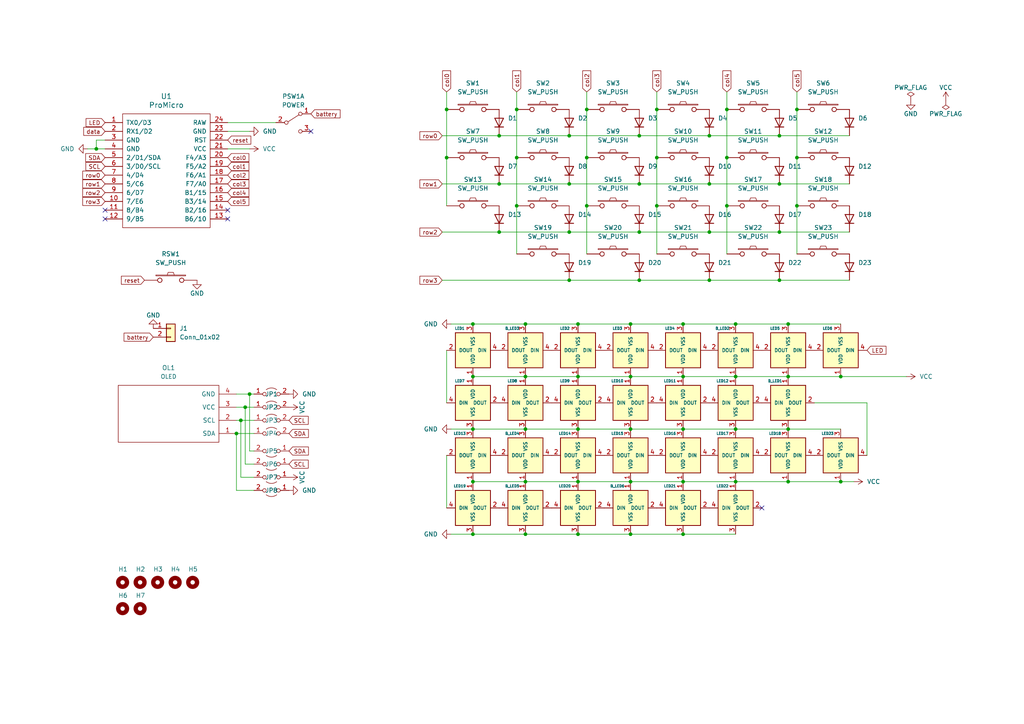
<source format=kicad_sch>
(kicad_sch (version 20230121) (generator eeschema)
  (paper "A4")
  (lib_symbols
    (symbol "Connector_Generic:Conn_01x02" (pin_names (offset 1.016) hide)
      (property "Reference" "J" (at 0 2.54 0))
      (property "Value" "Conn_01x02" (at 0 -5.08 0))
      (symbol "Conn_01x02_1_1"
        (rectangle (start -1.27 -2.413) (end 0 -2.667) (stroke (width 0.1524)))
        (rectangle (start -1.27 0.127) (end 0 -0.127) (stroke (width 0.1524)))
        (rectangle (start -1.27 1.27) (end 1.27 -3.81) (stroke (width 0.254)) (fill (type background)))
        (pin passive line (at -5.08 0 0) (length 3.81) (name "Pin_1") (number "1"))
        (pin passive line (at -5.08 -2.54 0) (length 3.81) (name "Pin_2") (number "2"))
      )
    )
    (symbol "Device:D" (pin_numbers hide) (pin_names (offset 1.016) hide)
      (property "Reference" "D" (at 0 2.54 0))
      (property "Value" "D" (at 0 -2.54 0))
      (symbol "D_0_1"
        (polyline (pts (xy -1.27 1.27) (xy -1.27 -1.27)) (stroke (width 0.254)))
        (polyline (pts (xy 1.27 0) (xy -1.27 0)))
        (polyline (pts (xy 1.27 1.27) (xy 1.27 -1.27) (xy -1.27 0) (xy 1.27 1.27)) (stroke (width 0.254)))
      )
      (symbol "D_1_1"
        (pin passive line (at -3.81 0 0) (length 2.54) (name "K") (number "1"))
        (pin passive line (at 3.81 0 180) (length 2.54) (name "A") (number "2"))
      )
    )
    (symbol "Jumper:Jumper_2_Open" (pin_names (offset 0) hide)
      (property "Reference" "JP" (at 0 2.794 0))
      (property "Value" "Jumper_2_Open" (at 0 -2.286 0))
      (symbol "Jumper_2_Open_0_0"
        (circle (center -2.032 0) (radius 0.508))
        (circle (center 2.032 0) (radius 0.508))
      )
      (symbol "Jumper_2_Open_0_1"
        (arc (start 1.524 1.27) (mid 0 1.778) (end -1.524 1.27))
      )
      (symbol "Jumper_2_Open_1_1"
        (pin passive line (at -5.08 0 0) (length 2.54) (name "A") (number "1"))
        (pin passive line (at 5.08 0 180) (length 2.54) (name "B") (number "2"))
      )
    )
    (symbol "Mechanical:MountingHole" (pin_names (offset 1.016))
      (property "Reference" "H" (at 0 5.08 0))
      (property "Value" "MountingHole" (at 0 3.175 0))
      (symbol "MountingHole_0_1"
        (circle (center 0 0) (radius 1.27) (stroke (width 1.27)))
      )
    )
    (symbol "Switch:SW_DPDT_x2" (pin_names (offset 0) hide)
      (property "Reference" "SW" (at 0 4.318 0))
      (property "Value" "SW_DPDT_x2" (at 0 -5.08 0))
      (symbol "SW_DPDT_x2_0_0"
        (circle (center -2.032 0) (radius 0.508))
        (circle (center 2.032 -2.54) (radius 0.508))
      )
      (symbol "SW_DPDT_x2_0_1"
        (polyline (pts (xy -1.524 0.254) (xy 1.651 2.286)))
        (circle (center 2.032 2.54) (radius 0.508))
      )
      (symbol "SW_DPDT_x2_1_1"
        (pin passive line (at 5.08 2.54 180) (length 2.54) (name "A") (number "1"))
        (pin passive line (at -5.08 0 0) (length 2.54) (name "B") (number "2"))
        (pin passive line (at 5.08 -2.54 180) (length 2.54) (name "C") (number "3"))
      )
      (symbol "SW_DPDT_x2_2_1"
        (pin passive line (at 5.08 2.54 180) (length 2.54) (name "A") (number "4"))
        (pin passive line (at -5.08 0 0) (length 2.54) (name "B") (number "5"))
        (pin passive line (at 5.08 -2.54 180) (length 2.54) (name "C") (number "6"))
      )
    )
    (symbol "kbd:OLED" (pin_names (offset 1.016))
      (property "Reference" "OL" (at 0 2.54 0))
      (property "Value" "OLED" (at 0 -1.27 0))
      (symbol "OLED_0_1"
        (rectangle (start -13.97 8.89) (end 15.24 -7.62))
      )
      (symbol "OLED_1_1"
        (pin bidirectional line (at -19.05 6.35 0) (length 5.08) (name "SDA") (number "1"))
        (pin bidirectional line (at -19.05 2.54 0) (length 5.08) (name "SCL") (number "2"))
        (pin power_in line (at -19.05 -1.27 0) (length 5.08) (name "VCC") (number "3"))
        (pin power_in line (at -19.05 -5.08 0) (length 5.08) (name "GND") (number "4"))
      )
    )
    (symbol "kbd:ProMicro" (pin_names (offset 1.016))
      (property "Reference" "U" (at 0 19.05 0))
      (property "Value" "ProMicro" (at 0 -19.05 0))
      (symbol "ProMicro_0_1"
        (rectangle (start -12.7 16.51) (end 12.7 -16.51))
      )
      (symbol "ProMicro_1_1"
        (pin bidirectional line (at -17.78 13.97 0) (length 5.08) (name "TX0/D3") (number "1"))
        (pin bidirectional line (at -17.78 -8.89 0) (length 5.08) (name "7/E6") (number "10"))
        (pin bidirectional line (at -17.78 -11.43 0) (length 5.08) (name "8/B4") (number "11"))
        (pin bidirectional line (at -17.78 -13.97 0) (length 5.08) (name "9/B5") (number "12"))
        (pin bidirectional line (at 17.78 -13.97 180) (length 5.08) (name "B6/10") (number "13"))
        (pin bidirectional line (at 17.78 -11.43 180) (length 5.08) (name "B2/16") (number "14"))
        (pin bidirectional line (at 17.78 -8.89 180) (length 5.08) (name "B3/14") (number "15"))
        (pin bidirectional line (at 17.78 -6.35 180) (length 5.08) (name "B1/15") (number "16"))
        (pin bidirectional line (at 17.78 -3.81 180) (length 5.08) (name "F7/A0") (number "17"))
        (pin bidirectional line (at 17.78 -1.27 180) (length 5.08) (name "F6/A1") (number "18"))
        (pin bidirectional line (at 17.78 1.27 180) (length 5.08) (name "F5/A2") (number "19"))
        (pin bidirectional line (at -17.78 11.43 0) (length 5.08) (name "RX1/D2") (number "2"))
        (pin bidirectional line (at 17.78 3.81 180) (length 5.08) (name "F4/A3") (number "20"))
        (pin power_in line (at 17.78 6.35 180) (length 5.08) (name "VCC") (number "21"))
        (pin input line (at 17.78 8.89 180) (length 5.08) (name "RST") (number "22"))
        (pin power_in line (at 17.78 11.43 180) (length 5.08) (name "GND") (number "23"))
        (pin power_out line (at 17.78 13.97 180) (length 5.08) (name "RAW") (number "24"))
        (pin power_in line (at -17.78 8.89 0) (length 5.08) (name "GND") (number "3"))
        (pin power_in line (at -17.78 6.35 0) (length 5.08) (name "GND") (number "4"))
        (pin bidirectional line (at -17.78 3.81 0) (length 5.08) (name "2/D1/SDA") (number "5"))
        (pin bidirectional line (at -17.78 1.27 0) (length 5.08) (name "3/D0/SCL") (number "6"))
        (pin bidirectional line (at -17.78 -1.27 0) (length 5.08) (name "4/D4") (number "7"))
        (pin bidirectional line (at -17.78 -3.81 0) (length 5.08) (name "5/C6") (number "8"))
        (pin bidirectional line (at -17.78 -6.35 0) (length 5.08) (name "6/D7") (number "9"))
      )
    )
    (symbol "kbd:SW_PUSH" (pin_numbers hide) (pin_names (offset 1.016) hide)
      (property "Reference" "SW" (at 3.81 2.794 0))
      (property "Value" "SW_PUSH" (at 0 -2.032 0))
      (symbol "SW_PUSH_0_1"
        (rectangle (start -4.318 1.27) (end 4.318 1.524))
        (polyline (pts (xy -1.016 1.524) (xy -0.762 2.286) (xy 0.762 2.286) (xy 1.016 1.524)))
        (pin passive inverted (at -7.62 0 0) (length 5.08) (name "1") (number "1"))
        (pin passive inverted (at 7.62 0 180) (length 5.08) (name "2") (number "2"))
      )
    )
    (symbol "kbd:YS-SK6812MINI-E" (pin_names (offset 1.016))
      (property "Reference" "LED" (at 2.54 -7.62 0))
      (property "Value" "YS-SK6812MINI-E" (at 6.35 -6.35 0))
      (symbol "YS-SK6812MINI-E_0_1"
        (rectangle (start -5.08 5.08) (end 5.08 -5.08) (stroke (width 0.254)) (fill (type background)))
      )
      (symbol "YS-SK6812MINI-E_1_1"
        (pin power_in line (at 0 7.62 270) (length 2.54) (name "VDD") (number "1"))
        (pin output line (at 7.62 0 180) (length 2.54) (name "DOUT") (number "2"))
        (pin power_in line (at 0 -7.62 90) (length 2.54) (name "VSS") (number "3"))
        (pin input line (at -7.62 0 0) (length 2.54) (name "DIN") (number "4"))
      )
    )
    (symbol "nrfmicro-rescue:GND" (power) (pin_names (offset 0))
      (property "Value" "GND" (at 0 -3.81 0))
      (symbol "GND_0_1"
        (polyline (pts (xy 0 0) (xy 0 -1.27) (xy 1.27 -1.27) (xy 0 -2.54) (xy -1.27 -1.27) (xy 0 -1.27)))
      )
      (symbol "GND_1_1"
        (pin power_in line (at 0 0 270) (length 0) hide (name "GND") (number "1"))
      )
    )
    (symbol "power:GND" (power) (pin_names (offset 0))
      (property "Value" "GND" (at 0 -3.81 0))
      (symbol "GND_0_1"
        (polyline (pts (xy 0 0) (xy 0 -1.27) (xy 1.27 -1.27) (xy 0 -2.54) (xy -1.27 -1.27) (xy 0 -1.27)))
      )
      (symbol "GND_1_1"
        (pin power_in line (at 0 0 270) (length 0) hide (name "GND") (number "1"))
      )
    )
    (symbol "power:PWR_FLAG" (power) (pin_numbers hide) (pin_names (offset 0) hide)
      (property "Value" "PWR_FLAG" (at 0 3.81 0))
      (symbol "PWR_FLAG_0_0"
        (pin power_out line (at 0 0 90) (length 0) (name "pwr") (number "1"))
      )
      (symbol "PWR_FLAG_0_1"
        (polyline (pts (xy 0 0) (xy 0 1.27) (xy -1.016 1.905) (xy 0 2.54) (xy 1.016 1.905) (xy 0 1.27)))
      )
    )
    (symbol "power:VCC" (power) (pin_names (offset 0))
      (property "Value" "VCC" (at 0 3.81 0))
      (symbol "VCC_0_1"
        (polyline (pts (xy -0.762 1.27) (xy 0 2.54)))
        (polyline (pts (xy 0 0) (xy 0 2.54)))
        (polyline (pts (xy 0 2.54) (xy 0.762 1.27)))
      )
      (symbol "VCC_1_1"
        (pin power_in line (at 0 0 90) (length 0) hide (name "VCC") (number "1"))
      )
    )
  )
  (junction (at 137.16 109.22))
  (junction (at 170.18 45.72))
  (junction (at 213.36 139.7))
  (junction (at 137.16 139.7))
  (junction (at 68.58 125.73))
  (junction (at 205.74 39.37))
  (junction (at 167.64 109.22))
  (junction (at 167.64 93.98))
  (junction (at 170.18 31.75))
  (junction (at 228.6 93.98))
  (junction (at 210.82 59.69))
  (junction (at 182.88 154.94))
  (junction (at 213.36 124.46))
  (junction (at 144.78 67.31))
  (junction (at 198.12 93.98))
  (junction (at 213.36 109.22))
  (junction (at 182.88 124.46))
  (junction (at 149.86 45.72))
  (junction (at 228.6 139.7))
  (junction (at 167.64 139.7))
  (junction (at 152.4 109.22))
  (junction (at 198.12 154.94))
  (junction (at 185.42 81.28))
  (junction (at 226.06 67.31))
  (junction (at 210.82 45.72))
  (junction (at 226.06 53.34))
  (junction (at 190.5 59.69))
  (junction (at 205.74 53.34))
  (junction (at 185.42 39.37))
  (junction (at 226.06 81.28))
  (junction (at 152.4 124.46))
  (junction (at 152.4 93.98))
  (junction (at 210.82 31.75))
  (junction (at 198.12 109.22))
  (junction (at 243.84 109.22))
  (junction (at 226.06 39.37))
  (junction (at 137.16 124.46))
  (junction (at 149.86 31.75))
  (junction (at 144.78 53.34))
  (junction (at 152.4 139.7))
  (junction (at 165.1 39.37))
  (junction (at 190.5 31.75))
  (junction (at 165.1 53.34))
  (junction (at 231.14 31.75))
  (junction (at 228.6 109.22))
  (junction (at 182.88 93.98))
  (junction (at 167.64 124.46))
  (junction (at 213.36 93.98))
  (junction (at 185.42 67.31))
  (junction (at 165.1 81.28))
  (junction (at 243.84 139.7))
  (junction (at 144.78 39.37))
  (junction (at 198.12 139.7))
  (junction (at 205.74 67.31))
  (junction (at 71.12 118.11))
  (junction (at 165.1 67.31))
  (junction (at 170.18 59.69))
  (junction (at 137.16 154.94))
  (junction (at 167.64 154.94))
  (junction (at 129.54 31.75))
  (junction (at 69.85 121.92))
  (junction (at 198.12 124.46))
  (junction (at 129.54 45.72))
  (junction (at 72.39 114.3))
  (junction (at 185.42 53.34))
  (junction (at 182.88 139.7))
  (junction (at 205.74 81.28))
  (junction (at 190.5 45.72))
  (junction (at 228.6 124.46))
  (junction (at 137.16 93.98))
  (junction (at 27.94 43.18))
  (junction (at 182.88 109.22))
  (junction (at 231.14 59.69))
  (junction (at 149.86 59.69))
  (junction (at 152.4 154.94))
  (junction (at 231.14 45.72))
  (no_connect (at 90.17 38.1))
  (no_connect (at 220.98 147.32))
  (no_connect (at 66.04 60.96))
  (no_connect (at 66.04 63.5))
  (no_connect (at 30.48 63.5))
  (no_connect (at 30.48 60.96))
  (wire (pts (xy 69.85 121.92) (xy 73.66 121.92)))
  (wire (pts (xy 213.36 139.7) (xy 228.6 139.7)))
  (wire (pts (xy 73.66 134.62) (xy 71.12 134.62)))
  (wire (pts (xy 190.5 31.75) (xy 190.5 45.72)))
  (wire (pts (xy 167.64 154.94) (xy 182.88 154.94)))
  (wire (pts (xy 205.74 81.28) (xy 226.06 81.28)))
  (wire (pts (xy 190.5 26.67) (xy 190.5 31.75)))
  (wire (pts (xy 167.64 109.22) (xy 152.4 109.22)))
  (wire (pts (xy 71.12 118.11) (xy 73.66 118.11)))
  (wire (pts (xy 185.42 81.28) (xy 205.74 81.28)))
  (wire (pts (xy 68.58 114.3) (xy 72.39 114.3)))
  (wire (pts (xy 190.5 45.72) (xy 190.5 59.69)))
  (wire (pts (xy 165.1 39.37) (xy 185.42 39.37)))
  (wire (pts (xy 69.85 138.43) (xy 73.66 138.43)))
  (wire (pts (xy 144.78 67.31) (xy 165.1 67.31)))
  (wire (pts (xy 165.1 81.28) (xy 185.42 81.28)))
  (wire (pts (xy 129.54 26.67) (xy 129.54 31.75)))
  (wire (pts (xy 231.14 59.69) (xy 231.14 73.66)))
  (wire (pts (xy 167.64 109.22) (xy 182.88 109.22)))
  (wire (pts (xy 72.39 130.81) (xy 72.39 114.3)))
  (wire (pts (xy 165.1 67.31) (xy 185.42 67.31)))
  (wire (pts (xy 137.16 109.22) (xy 152.4 109.22)))
  (wire (pts (xy 149.86 31.75) (xy 149.86 45.72)))
  (wire (pts (xy 25.4 43.18) (xy 27.94 43.18)))
  (wire (pts (xy 182.88 93.98) (xy 198.12 93.98)))
  (wire (pts (xy 68.58 118.11) (xy 71.12 118.11)))
  (wire (pts (xy 152.4 154.94) (xy 167.64 154.94)))
  (wire (pts (xy 198.12 154.94) (xy 213.36 154.94)))
  (wire (pts (xy 210.82 45.72) (xy 210.82 59.69)))
  (wire (pts (xy 80.01 35.56) (xy 66.04 35.56)))
  (wire (pts (xy 165.1 53.34) (xy 185.42 53.34)))
  (wire (pts (xy 226.06 81.28) (xy 246.38 81.28)))
  (wire (pts (xy 73.66 130.81) (xy 72.39 130.81)))
  (wire (pts (xy 182.88 154.94) (xy 198.12 154.94)))
  (wire (pts (xy 167.64 139.7) (xy 182.88 139.7)))
  (wire (pts (xy 228.6 109.22) (xy 243.84 109.22)))
  (wire (pts (xy 213.36 124.46) (xy 198.12 124.46)))
  (wire (pts (xy 228.6 139.7) (xy 243.84 139.7)))
  (wire (pts (xy 137.16 93.98) (xy 152.4 93.98)))
  (wire (pts (xy 144.78 39.37) (xy 165.1 39.37)))
  (wire (pts (xy 170.18 26.67) (xy 170.18 31.75)))
  (wire (pts (xy 213.36 124.46) (xy 228.6 124.46)))
  (wire (pts (xy 247.65 139.7) (xy 243.84 139.7)))
  (wire (pts (xy 149.86 59.69) (xy 149.86 73.66)))
  (wire (pts (xy 213.36 93.98) (xy 228.6 93.98)))
  (wire (pts (xy 243.84 109.22) (xy 262.89 109.22)))
  (wire (pts (xy 185.42 67.31) (xy 205.74 67.31)))
  (wire (pts (xy 198.12 93.98) (xy 213.36 93.98)))
  (wire (pts (xy 185.42 53.34) (xy 205.74 53.34)))
  (wire (pts (xy 129.54 45.72) (xy 129.54 59.69)))
  (wire (pts (xy 137.16 124.46) (xy 152.4 124.46)))
  (wire (pts (xy 130.81 124.46) (xy 137.16 124.46)))
  (wire (pts (xy 149.86 45.72) (xy 149.86 59.69)))
  (wire (pts (xy 210.82 26.67) (xy 210.82 31.75)))
  (wire (pts (xy 130.81 93.98) (xy 137.16 93.98)))
  (wire (pts (xy 185.42 39.37) (xy 205.74 39.37)))
  (wire (pts (xy 210.82 59.69) (xy 210.82 73.66)))
  (wire (pts (xy 167.64 93.98) (xy 182.88 93.98)))
  (wire (pts (xy 68.58 125.73) (xy 68.58 142.24)))
  (wire (pts (xy 71.12 134.62) (xy 71.12 118.11)))
  (wire (pts (xy 251.46 116.84) (xy 251.46 132.08)))
  (wire (pts (xy 226.06 67.31) (xy 246.38 67.31)))
  (wire (pts (xy 69.85 121.92) (xy 69.85 138.43)))
  (wire (pts (xy 129.54 31.75) (xy 129.54 45.72)))
  (wire (pts (xy 129.54 101.6) (xy 129.54 116.84)))
  (wire (pts (xy 149.86 26.67) (xy 149.86 31.75)))
  (wire (pts (xy 231.14 45.72) (xy 231.14 59.69)))
  (wire (pts (xy 66.04 38.1) (xy 72.39 38.1)))
  (wire (pts (xy 128.27 67.31) (xy 144.78 67.31)))
  (wire (pts (xy 228.6 93.98) (xy 243.84 93.98)))
  (wire (pts (xy 167.64 124.46) (xy 182.88 124.46)))
  (wire (pts (xy 210.82 31.75) (xy 210.82 45.72)))
  (wire (pts (xy 129.54 132.08) (xy 129.54 147.32)))
  (wire (pts (xy 190.5 59.69) (xy 190.5 73.66)))
  (wire (pts (xy 152.4 139.7) (xy 167.64 139.7)))
  (wire (pts (xy 68.58 142.24) (xy 73.66 142.24)))
  (wire (pts (xy 170.18 59.69) (xy 170.18 73.66)))
  (wire (pts (xy 226.06 39.37) (xy 246.38 39.37)))
  (wire (pts (xy 182.88 109.22) (xy 198.12 109.22)))
  (wire (pts (xy 205.74 39.37) (xy 226.06 39.37)))
  (wire (pts (xy 137.16 139.7) (xy 152.4 139.7)))
  (wire (pts (xy 137.16 154.94) (xy 152.4 154.94)))
  (wire (pts (xy 213.36 109.22) (xy 228.6 109.22)))
  (wire (pts (xy 72.39 114.3) (xy 73.66 114.3)))
  (wire (pts (xy 27.94 43.18) (xy 30.48 43.18)))
  (wire (pts (xy 152.4 93.98) (xy 167.64 93.98)))
  (wire (pts (xy 130.81 154.94) (xy 137.16 154.94)))
  (wire (pts (xy 231.14 31.75) (xy 231.14 45.72)))
  (wire (pts (xy 182.88 139.7) (xy 198.12 139.7)))
  (wire (pts (xy 167.64 124.46) (xy 152.4 124.46)))
  (wire (pts (xy 236.22 116.84) (xy 251.46 116.84)))
  (wire (pts (xy 69.85 121.92) (xy 68.58 121.92)))
  (wire (pts (xy 68.58 125.73) (xy 73.66 125.73)))
  (wire (pts (xy 226.06 53.34) (xy 246.38 53.34)))
  (wire (pts (xy 243.84 124.46) (xy 228.6 124.46)))
  (wire (pts (xy 128.27 53.34) (xy 144.78 53.34)))
  (wire (pts (xy 144.78 53.34) (xy 165.1 53.34)))
  (wire (pts (xy 205.74 53.34) (xy 226.06 53.34)))
  (wire (pts (xy 128.27 81.28) (xy 165.1 81.28)))
  (wire (pts (xy 66.04 43.18) (xy 72.39 43.18)))
  (wire (pts (xy 182.88 124.46) (xy 198.12 124.46)))
  (wire (pts (xy 170.18 31.75) (xy 170.18 45.72)))
  (wire (pts (xy 27.94 40.64) (xy 27.94 43.18)))
  (wire (pts (xy 198.12 139.7) (xy 213.36 139.7)))
  (wire (pts (xy 30.48 40.64) (xy 27.94 40.64)))
  (wire (pts (xy 231.14 26.67) (xy 231.14 31.75)))
  (wire (pts (xy 205.74 67.31) (xy 226.06 67.31)))
  (wire (pts (xy 128.27 39.37) (xy 144.78 39.37)))
  (wire (pts (xy 170.18 45.72) (xy 170.18 59.69)))
  (wire (pts (xy 198.12 109.22) (xy 213.36 109.22)))
  (global_label "col3" (shape input) (at 190.5 26.67 90) (effects (font (size 1.1938 1.1938))) (property "Intersheetrefs" "${INTERSHEET_REFS}" (effects hide)))
  (global_label "row2" (shape input) (at 30.48 55.88 180) (effects (font (size 1.1938 1.1938))) (property "Intersheetrefs" "${INTERSHEET_REFS}" (effects hide)))
  (global_label "col5" (shape input) (at 66.04 58.42 0) (effects (font (size 1.1938 1.1938))) (property "Intersheetrefs" "${INTERSHEET_REFS}" (effects hide)))
  (global_label "row3" (shape input) (at 128.27 81.28 180) (effects (font (size 1.1938 1.1938))) (property "Intersheetrefs" "${INTERSHEET_REFS}" (effects hide)))
  (global_label "col2" (shape input) (at 66.04 50.8 0) (effects (font (size 1.1938 1.1938))) (property "Intersheetrefs" "${INTERSHEET_REFS}" (effects hide)))
  (global_label "LED" (shape input) (at 30.48 35.56 180) (effects (font (size 1.1938 1.1938))) (property "Intersheetrefs" "${INTERSHEET_REFS}" (effects hide)))
  (global_label "col3" (shape input) (at 66.04 53.34 0) (effects (font (size 1.1938 1.1938))) (property "Intersheetrefs" "${INTERSHEET_REFS}" (effects hide)))
  (global_label "data" (shape input) (at 30.48 38.1 180) (effects (font (size 1.1938 1.1938))) (property "Intersheetrefs" "${INTERSHEET_REFS}" (effects hide)))
  (global_label "reset" (shape input) (at 41.91 81.28 180) (effects (font (size 1.1938 1.1938))) (property "Intersheetrefs" "${INTERSHEET_REFS}" (effects hide)))
  (global_label "row0" (shape input) (at 30.48 50.8 180) (effects (font (size 1.1938 1.1938))) (property "Intersheetrefs" "${INTERSHEET_REFS}" (effects hide)))
  (global_label "SCL" (shape input) (at 83.82 121.92 0) (effects (font (size 1.1938 1.1938))) (property "Intersheetrefs" "${INTERSHEET_REFS}" (effects hide)))
  (global_label "battery" (shape input) (at 90.17 33.02 0) (effects (font (size 1.1938 1.1938))) (property "Intersheetrefs" "${INTERSHEET_REFS}" (effects hide)))
  (global_label "LED" (shape input) (at 251.46 101.6 0) (effects (font (size 1.1938 1.1938))) (property "Intersheetrefs" "${INTERSHEET_REFS}" (effects hide)))
  (global_label "row3" (shape input) (at 30.48 58.42 180) (effects (font (size 1.1938 1.1938))) (property "Intersheetrefs" "${INTERSHEET_REFS}" (effects hide)))
  (global_label "SDA" (shape input) (at 83.82 125.73 0) (effects (font (size 1.1938 1.1938))) (property "Intersheetrefs" "${INTERSHEET_REFS}" (effects hide)))
  (global_label "SCL" (shape input) (at 30.48 48.26 180) (effects (font (size 1.1938 1.1938))) (property "Intersheetrefs" "${INTERSHEET_REFS}" (effects hide)))
  (global_label "col4" (shape input) (at 66.04 55.88 0) (effects (font (size 1.1938 1.1938))) (property "Intersheetrefs" "${INTERSHEET_REFS}" (effects hide)))
  (global_label "battery" (shape input) (at 44.45 97.79 180) (effects (font (size 1.1938 1.1938))) (property "Intersheetrefs" "${INTERSHEET_REFS}" (effects hide)))
  (global_label "col0" (shape input) (at 66.04 45.72 0) (effects (font (size 1.1938 1.1938))) (property "Intersheetrefs" "${INTERSHEET_REFS}" (effects hide)))
  (global_label "SDA" (shape input) (at 83.82 130.81 0) (effects (font (size 1.1938 1.1938))) (property "Intersheetrefs" "${INTERSHEET_REFS}" (effects hide)))
  (global_label "col5" (shape input) (at 231.14 26.67 90) (effects (font (size 1.1938 1.1938))) (property "Intersheetrefs" "${INTERSHEET_REFS}" (effects hide)))
  (global_label "row1" (shape input) (at 128.27 53.34 180) (effects (font (size 1.1938 1.1938))) (property "Intersheetrefs" "${INTERSHEET_REFS}" (effects hide)))
  (global_label "col4" (shape input) (at 210.82 26.67 90) (effects (font (size 1.1938 1.1938))) (property "Intersheetrefs" "${INTERSHEET_REFS}" (effects hide)))
  (global_label "SDA" (shape input) (at 30.48 45.72 180) (effects (font (size 1.1938 1.1938))) (property "Intersheetrefs" "${INTERSHEET_REFS}" (effects hide)))
  (global_label "SCL" (shape input) (at 83.82 134.62 0) (effects (font (size 1.1938 1.1938))) (property "Intersheetrefs" "${INTERSHEET_REFS}" (effects hide)))
  (global_label "reset" (shape input) (at 66.04 40.64 0) (effects (font (size 1.1938 1.1938))) (property "Intersheetrefs" "${INTERSHEET_REFS}" (effects hide)))
  (global_label "col0" (shape input) (at 129.54 26.67 90) (effects (font (size 1.1938 1.1938))) (property "Intersheetrefs" "${INTERSHEET_REFS}" (effects hide)))
  (global_label "col1" (shape input) (at 149.86 26.67 90) (effects (font (size 1.1938 1.1938))) (property "Intersheetrefs" "${INTERSHEET_REFS}" (effects hide)))
  (global_label "row1" (shape input) (at 30.48 53.34 180) (effects (font (size 1.1938 1.1938))) (property "Intersheetrefs" "${INTERSHEET_REFS}" (effects hide)))
  (global_label "row0" (shape input) (at 128.27 39.37 180) (effects (font (size 1.1938 1.1938))) (property "Intersheetrefs" "${INTERSHEET_REFS}" (effects hide)))
  (global_label "row2" (shape input) (at 128.27 67.31 180) (effects (font (size 1.1938 1.1938))) (property "Intersheetrefs" "${INTERSHEET_REFS}" (effects hide)))
  (global_label "col2" (shape input) (at 170.18 26.67 90) (effects (font (size 1.1938 1.1938))) (property "Intersheetrefs" "${INTERSHEET_REFS}" (effects hide)))
  (global_label "col1" (shape input) (at 66.04 48.26 0) (effects (font (size 1.1938 1.1938))) (property "Intersheetrefs" "${INTERSHEET_REFS}" (effects hide)))
  (symbol (lib_id "Jumper:Jumper_2_Open") (at 78.74 118.11 0) (unit 1)
    (property "Reference" "JP2" (at 78.74 118.11 0))
    (property "Value" "Jumper_2_Open" (effects hide))
    (property "Footprint" "owl-footprint:Jumper" (effects hide))
  )
  (symbol (lib_id "kbd:YS-SK6812MINI-E") (at 137.16 147.32 0) (unit 1)
    (property "Reference" "LED19" (at 133.35 140.97 0) (effects (font (size 0.7366 0.7366))))
    (property "Value" "YS-SK6812MINI-E" (effects hide))
    (property "Footprint" "owl-footprint:YS-SK6812MINI-E_Rev" (effects hide))
  )
  (symbol (lib_id "Jumper:Jumper_2_Open") (at 78.74 142.24 180) (unit 1)
    (property "Reference" "JP8" (at 78.74 142.24 0))
    (property "Value" "Jumper_2_Open" (effects hide))
    (property "Footprint" "owl-footprint:Jumper" (effects hide))
  )
  (symbol (lib_id "kbd:SW_PUSH") (at 177.8 31.75 0) (unit 1)
    (property "Reference" "SW3" (at 177.8 24.13 0))
    (property "Value" "SW_PUSH" (at 177.8 26.67 0))
    (property "Footprint" "owl-footprint:SW_MX_Gateron_HotSwap_double" (effects hide))
  )
  (symbol (lib_id "kbd:SW_PUSH") (at 198.12 73.66 0) (unit 1)
    (property "Reference" "SW21" (at 198.12 66.04 0))
    (property "Value" "SW_PUSH" (at 198.12 68.58 0))
    (property "Footprint" "owl-footprint:SW_MX_Gateron_HotSwap_double" (effects hide))
  )
  (symbol (lib_id "kbd:YS-SK6812MINI-E") (at 182.88 147.32 0) (unit 1)
    (property "Reference" "B_LED6" (at 179.07 140.97 0) (effects (font (size 0.7366 0.7366))))
    (property "Value" "YS-SK6812MINI-E" (effects hide))
    (property "Footprint" "owl-footprint:YS-SK6812MINI-E_Back_Rev" (effects hide))
  )
  (symbol (lib_id "kbd:SW_PUSH") (at 137.16 45.72 0) (unit 1)
    (property "Reference" "SW7" (at 137.16 38.1 0))
    (property "Value" "SW_PUSH" (at 137.16 40.64 0))
    (property "Footprint" "owl-footprint:SW_MX_Gateron_HotSwap_double" (effects hide))
  )
  (symbol (lib_id "kbd:YS-SK6812MINI-E") (at 213.36 132.08 180) (unit 1)
    (property "Reference" "LED17" (at 209.55 125.73 0) (effects (font (size 0.7366 0.7366))))
    (property "Value" "YS-SK6812MINI-E" (effects hide))
    (property "Footprint" "owl-footprint:YS-SK6812MINI-E_Rev" (effects hide))
  )
  (symbol (lib_id "kbd:SW_PUSH") (at 177.8 73.66 0) (unit 1)
    (property "Reference" "SW20" (at 177.8 66.04 0))
    (property "Value" "SW_PUSH" (at 177.8 68.58 0))
    (property "Footprint" "owl-footprint:SW_MX_Gateron_HotSwap_double" (effects hide))
  )
  (symbol (lib_id "kbd:YS-SK6812MINI-E") (at 182.88 101.6 180) (unit 1)
    (property "Reference" "LED3" (at 179.07 95.25 0) (effects (font (size 0.7366 0.7366))))
    (property "Value" "YS-SK6812MINI-E" (effects hide))
    (property "Footprint" "owl-footprint:YS-SK6812MINI-E_Rev" (effects hide))
  )
  (symbol (lib_id "Device:D") (at 205.74 77.47 90) (unit 1)
    (property "Reference" "D21" (at 208.28 76.2 90) (effects (justify right)))
    (property "Value" "D" (effects hide))
    (property "Footprint" "owl-footprint:Diode_TH_SMD_Rev" (effects hide))
    (property "Sim.Device" "D" (effects hide))
    (property "Sim.Pins" "1=K 2=A" (effects hide))
  )
  (symbol (lib_id "kbd:YS-SK6812MINI-E") (at 213.36 116.84 0) (unit 1)
    (property "Reference" "LED12" (at 209.55 110.49 0) (effects (font (size 0.7366 0.7366))))
    (property "Value" "YS-SK6812MINI-E" (effects hide))
    (property "Footprint" "owl-footprint:YS-SK6812MINI-E_Rev" (effects hide))
  )
  (symbol (lib_id "Device:D") (at 144.78 49.53 90) (unit 1)
    (property "Reference" "D7" (at 147.32 48.26 90) (effects (justify right)))
    (property "Value" "D" (effects hide))
    (property "Footprint" "owl-footprint:Diode_TH_SMD_Rev" (effects hide))
    (property "Sim.Device" "D" (effects hide))
    (property "Sim.Pins" "1=K 2=A" (effects hide))
  )
  (symbol (lib_id "Device:D") (at 185.42 35.56 90) (unit 1)
    (property "Reference" "D3" (at 187.96 34.29 90) (effects (justify right)))
    (property "Value" "D" (effects hide))
    (property "Footprint" "owl-footprint:Diode_TH_SMD_Rev" (effects hide))
    (property "Sim.Device" "D" (effects hide))
    (property "Sim.Pins" "1=K 2=A" (effects hide))
  )
  (symbol (lib_id "kbd:YS-SK6812MINI-E") (at 228.6 132.08 180) (unit 1)
    (property "Reference" "LED18" (at 224.79 125.73 0) (effects (font (size 0.7366 0.7366))))
    (property "Value" "YS-SK6812MINI-E" (effects hide))
    (property "Footprint" "owl-footprint:YS-SK6812MINI-E_Rev" (effects hide))
  )
  (symbol (lib_id "Device:D") (at 144.78 63.5 90) (unit 1)
    (property "Reference" "D13" (at 147.32 62.23 90) (effects (justify right)))
    (property "Value" "D" (effects hide))
    (property "Footprint" "owl-footprint:Diode_TH_SMD_Rev" (effects hide))
    (property "Sim.Device" "D" (effects hide))
    (property "Sim.Pins" "1=K 2=A" (effects hide))
  )
  (symbol (lib_id "Mechanical:MountingHole") (at 45.72 168.91 0) (unit 1)
    (property "Reference" "H3" (at 44.45 165.1 0) (effects (justify left)))
    (property "Value" "MountingHole" (effects hide))
    (property "Footprint" "owl-footprint:M2_Hole_TH" (effects hide))
  )
  (symbol (lib_id "power:GND") (at 130.81 124.46 270) (unit 1)
    (property "Reference" "#PWR013" (effects hide))
    (property "Value" "GND" (at 127 124.46 90) (effects (justify right)))
  )
  (symbol (lib_id "kbd:SW_PUSH") (at 157.48 59.69 0) (unit 1)
    (property "Reference" "SW14" (at 157.48 52.07 0))
    (property "Value" "SW_PUSH" (at 157.48 54.61 0))
    (property "Footprint" "owl-footprint:SW_MX_Gateron_HotSwap_double" (effects hide))
  )
  (symbol (lib_id "kbd:YS-SK6812MINI-E") (at 182.88 116.84 0) (unit 1)
    (property "Reference" "LED10" (at 179.07 110.49 0) (effects (font (size 0.7366 0.7366))))
    (property "Value" "YS-SK6812MINI-E" (effects hide))
    (property "Footprint" "owl-footprint:YS-SK6812MINI-E_Rev" (effects hide))
  )
  (symbol (lib_id "kbd:SW_PUSH") (at 177.8 45.72 0) (unit 1)
    (property "Reference" "SW9" (at 177.8 38.1 0))
    (property "Value" "SW_PUSH" (at 177.8 40.64 0))
    (property "Footprint" "owl-footprint:SW_MX_Gateron_HotSwap_double" (effects hide))
  )
  (symbol (lib_id "power:GND") (at 72.39 38.1 90) (unit 1)
    (property "Reference" "#PWR03" (effects hide))
    (property "Value" "GND" (at 76.2 38.1 90) (effects (justify right)))
  )
  (symbol (lib_id "Jumper:Jumper_2_Open") (at 78.74 138.43 180) (unit 1)
    (property "Reference" "JP7" (at 78.74 138.43 0))
    (property "Value" "Jumper_2_Open" (effects hide))
    (property "Footprint" "owl-footprint:Jumper" (effects hide))
  )
  (symbol (lib_id "kbd:SW_PUSH") (at 198.12 31.75 0) (unit 1)
    (property "Reference" "SW4" (at 198.12 24.13 0))
    (property "Value" "SW_PUSH" (at 198.12 26.67 0))
    (property "Footprint" "owl-footprint:SW_MX_Gateron_HotSwap_double" (effects hide))
  )
  (symbol (lib_id "power:PWR_FLAG") (at 274.32 29.21 180) (unit 1)
    (property "Reference" "#FLG02" (effects hide))
    (property "Value" "PWR_FLAG" (at 274.32 33.02 0))
  )
  (symbol (lib_id "Device:D") (at 165.1 77.47 90) (unit 1)
    (property "Reference" "D19" (at 167.64 76.2 90) (effects (justify right)))
    (property "Value" "D" (effects hide))
    (property "Footprint" "owl-footprint:Diode_TH_SMD_Rev" (effects hide))
    (property "Sim.Device" "D" (effects hide))
    (property "Sim.Pins" "1=K 2=A" (effects hide))
  )
  (symbol (lib_id "kbd:YS-SK6812MINI-E") (at 182.88 132.08 180) (unit 1)
    (property "Reference" "LED15" (at 179.07 125.73 0) (effects (font (size 0.7366 0.7366))))
    (property "Value" "YS-SK6812MINI-E" (effects hide))
    (property "Footprint" "owl-footprint:YS-SK6812MINI-E_Rev" (effects hide))
  )
  (symbol (lib_id "power:VCC") (at 274.32 29.21 0) (unit 1)
    (property "Reference" "#PWR02" (effects hide))
    (property "Value" "VCC" (at 274.32 25.4 0))
  )
  (symbol (lib_id "Device:D") (at 185.42 77.47 90) (unit 1)
    (property "Reference" "D20" (at 187.96 76.2 90) (effects (justify right)))
    (property "Value" "D" (effects hide))
    (property "Footprint" "owl-footprint:Diode_TH_SMD_Rev" (effects hide))
    (property "Sim.Device" "D" (effects hide))
    (property "Sim.Pins" "1=K 2=A" (effects hide))
  )
  (symbol (lib_id "Mechanical:MountingHole") (at 50.8 168.91 0) (unit 1)
    (property "Reference" "H4" (at 49.53 165.1 0) (effects (justify left)))
    (property "Value" "MountingHole" (effects hide))
    (property "Footprint" "owl-footprint:M2_Hole_TH" (effects hide))
  )
  (symbol (lib_id "kbd:ProMicro") (at 48.26 49.53 0) (unit 1)
    (property "Reference" "U1" (at 48.26 27.94 0) (effects (font (size 1.524 1.524))))
    (property "Value" "ProMicro" (at 48.26 30.48 0) (effects (font (size 1.524 1.524))))
    (property "Footprint" "owl-footprint:ProMicro_Rev" (effects hide))
  )
  (symbol (lib_id "Device:D") (at 165.1 63.5 90) (unit 1)
    (property "Reference" "D14" (at 167.64 62.23 90) (effects (justify right)))
    (property "Value" "D" (effects hide))
    (property "Footprint" "owl-footprint:Diode_TH_SMD_Rev" (effects hide))
    (property "Sim.Device" "D" (effects hide))
    (property "Sim.Pins" "1=K 2=A" (effects hide))
  )
  (symbol (lib_id "Device:D") (at 246.38 35.56 90) (unit 1)
    (property "Reference" "D6" (at 248.92 34.29 90) (effects (justify right)))
    (property "Value" "D" (effects hide))
    (property "Footprint" "owl-footprint:Diode_TH_SMD_Rev" (effects hide))
    (property "Sim.Device" "D" (effects hide))
    (property "Sim.Pins" "1=K 2=A" (effects hide))
  )
  (symbol (lib_id "power:VCC") (at 83.82 118.11 270) (unit 1)
    (property "Reference" "#PWR010" (effects hide))
    (property "Value" "VCC" (at 87.63 118.11 0))
  )
  (symbol (lib_id "Mechanical:MountingHole") (at 40.64 176.53 0) (unit 1)
    (property "Reference" "H7" (at 39.37 172.72 0) (effects (justify left)))
    (property "Value" "MountingHole" (effects hide))
    (property "Footprint" "owl-footprint:M2_Hole_TH" (effects hide))
  )
  (symbol (lib_id "Device:D") (at 246.38 77.47 90) (unit 1)
    (property "Reference" "D23" (at 248.92 76.2 90) (effects (justify right)))
    (property "Value" "D" (effects hide))
    (property "Footprint" "owl-footprint:Diode_TH_SMD_Rev" (effects hide))
    (property "Sim.Device" "D" (effects hide))
    (property "Sim.Pins" "1=K 2=A" (effects hide))
  )
  (symbol (lib_id "Device:D") (at 226.06 63.5 90) (unit 1)
    (property "Reference" "D17" (at 228.6 62.23 90) (effects (justify right)))
    (property "Value" "D" (effects hide))
    (property "Footprint" "owl-footprint:Diode_TH_SMD_Rev" (effects hide))
    (property "Sim.Device" "D" (effects hide))
    (property "Sim.Pins" "1=K 2=A" (effects hide))
  )
  (symbol (lib_id "kbd:YS-SK6812MINI-E") (at 198.12 147.32 0) (unit 1)
    (property "Reference" "LED21" (at 194.31 140.97 0) (effects (font (size 0.7366 0.7366))))
    (property "Value" "YS-SK6812MINI-E" (effects hide))
    (property "Footprint" "owl-footprint:YS-SK6812MINI-E_Rev" (effects hide))
  )
  (symbol (lib_id "kbd:SW_PUSH") (at 218.44 45.72 0) (unit 1)
    (property "Reference" "SW11" (at 218.44 38.1 0))
    (property "Value" "SW_PUSH" (at 218.44 40.64 0))
    (property "Footprint" "owl-footprint:SW_MX_Gateron_HotSwap_double" (effects hide))
  )
  (symbol (lib_id "kbd:YS-SK6812MINI-E") (at 198.12 101.6 180) (unit 1)
    (property "Reference" "LED4" (at 194.31 95.25 0) (effects (font (size 0.7366 0.7366))))
    (property "Value" "YS-SK6812MINI-E" (effects hide))
    (property "Footprint" "owl-footprint:YS-SK6812MINI-E_Rev" (effects hide))
  )
  (symbol (lib_id "power:GND") (at 264.16 29.21 0) (unit 1)
    (property "Reference" "#PWR01" (effects hide))
    (property "Value" "GND" (at 264.16 33.02 0))
  )
  (symbol (lib_id "kbd:SW_PUSH") (at 238.76 31.75 0) (unit 1)
    (property "Reference" "SW6" (at 238.76 24.13 0))
    (property "Value" "SW_PUSH" (at 238.76 26.67 0))
    (property "Footprint" "owl-footprint:SW_MX_Gateron_HotSwap_double" (effects hide))
  )
  (symbol (lib_id "kbd:SW_PUSH") (at 218.44 73.66 0) (unit 1)
    (property "Reference" "SW22" (at 218.44 66.04 0))
    (property "Value" "SW_PUSH" (at 218.44 68.58 0))
    (property "Footprint" "owl-footprint:SW_MX_Gateron_HotSwap_double" (effects hide))
  )
  (symbol (lib_id "nrfmicro-rescue:GND") (at 44.45 95.25 180) (unit 1)
    (property "Reference" "#PWR08" (effects hide))
    (property "Value" "GND" (at 44.45 91.44 0))
  )
  (symbol (lib_id "Device:D") (at 226.06 35.56 90) (unit 1)
    (property "Reference" "D5" (at 228.6 34.29 90) (effects (justify right)))
    (property "Value" "D" (effects hide))
    (property "Footprint" "owl-footprint:Diode_TH_SMD_Rev" (effects hide))
    (property "Sim.Device" "D" (effects hide))
    (property "Sim.Pins" "1=K 2=A" (effects hide))
  )
  (symbol (lib_id "kbd:SW_PUSH") (at 238.76 73.66 0) (unit 1)
    (property "Reference" "SW23" (at 238.76 66.04 0))
    (property "Value" "SW_PUSH" (at 238.76 68.58 0))
    (property "Footprint" "owl-footprint:SW_MX_Gateron_HotSwap_double" (effects hide))
  )
  (symbol (lib_id "Mechanical:MountingHole") (at 40.64 168.91 0) (unit 1)
    (property "Reference" "H2" (at 39.37 165.1 0) (effects (justify left)))
    (property "Value" "MountingHole" (effects hide))
    (property "Footprint" "owl-footprint:M2_Hole_TH" (effects hide))
  )
  (symbol (lib_id "Device:D") (at 246.38 49.53 90) (unit 1)
    (property "Reference" "D12" (at 248.92 48.26 90) (effects (justify right)))
    (property "Value" "D" (effects hide))
    (property "Footprint" "owl-footprint:Diode_TH_SMD_Rev" (effects hide))
    (property "Sim.Device" "D" (effects hide))
    (property "Sim.Pins" "1=K 2=A" (effects hide))
  )
  (symbol (lib_id "Jumper:Jumper_2_Open") (at 78.74 130.81 180) (unit 1)
    (property "Reference" "JP5" (at 78.74 130.81 0))
    (property "Value" "Jumper_2_Open" (effects hide))
    (property "Footprint" "owl-footprint:Jumper" (effects hide))
  )
  (symbol (lib_id "kbd:SW_PUSH") (at 198.12 59.69 0) (unit 1)
    (property "Reference" "SW16" (at 198.12 52.07 0))
    (property "Value" "SW_PUSH" (at 198.12 54.61 0))
    (property "Footprint" "owl-footprint:SW_MX_Gateron_HotSwap_double" (effects hide))
  )
  (symbol (lib_id "power:VCC") (at 262.89 109.22 270) (unit 1)
    (property "Reference" "#PWR014" (effects hide))
    (property "Value" "VCC" (at 266.7 109.22 90) (effects (justify left)))
  )
  (symbol (lib_id "Jumper:Jumper_2_Open") (at 78.74 134.62 180) (unit 1)
    (property "Reference" "JP6" (at 78.74 134.62 0))
    (property "Value" "Jumper_2_Open" (effects hide))
    (property "Footprint" "owl-footprint:Jumper" (effects hide))
  )
  (symbol (lib_id "power:VCC") (at 247.65 139.7 270) (unit 1)
    (property "Reference" "#PWR016" (effects hide))
    (property "Value" "VCC" (at 251.46 139.7 90) (effects (justify left)))
  )
  (symbol (lib_id "kbd:YS-SK6812MINI-E") (at 137.16 116.84 0) (unit 1)
    (property "Reference" "LED7" (at 133.35 110.49 0) (effects (font (size 0.7366 0.7366))))
    (property "Value" "YS-SK6812MINI-E" (effects hide))
    (property "Footprint" "owl-footprint:YS-SK6812MINI-E_Rev" (effects hide))
  )
  (symbol (lib_id "kbd:YS-SK6812MINI-E") (at 137.16 132.08 180) (unit 1)
    (property "Reference" "LED13" (at 133.35 125.73 0) (effects (font (size 0.7366 0.7366))))
    (property "Value" "YS-SK6812MINI-E" (effects hide))
    (property "Footprint" "owl-footprint:YS-SK6812MINI-E_Rev" (effects hide))
  )
  (symbol (lib_id "kbd:YS-SK6812MINI-E") (at 167.64 147.32 0) (unit 1)
    (property "Reference" "LED20" (at 163.83 140.97 0) (effects (font (size 0.7366 0.7366))))
    (property "Value" "YS-SK6812MINI-E" (effects hide))
    (property "Footprint" "owl-footprint:YS-SK6812MINI-E_Rev" (effects hide))
  )
  (symbol (lib_id "power:VCC") (at 83.82 138.43 270) (unit 1)
    (property "Reference" "#PWR011" (effects hide))
    (property "Value" "VCC" (at 87.63 138.43 0))
  )
  (symbol (lib_id "kbd:YS-SK6812MINI-E") (at 228.6 116.84 0) (unit 1)
    (property "Reference" "B_LED1" (at 224.79 110.49 0) (effects (font (size 0.7366 0.7366))))
    (property "Value" "YS-SK6812MINI-E" (effects hide))
    (property "Footprint" "owl-footprint:YS-SK6812MINI-E_Back_Rev" (effects hide))
  )
  (symbol (lib_id "kbd:SW_PUSH") (at 238.76 45.72 0) (unit 1)
    (property "Reference" "SW12" (at 238.76 38.1 0))
    (property "Value" "SW_PUSH" (at 238.76 40.64 0))
    (property "Footprint" "owl-footprint:SW_MX_Gateron_HotSwap_double" (effects hide))
  )
  (symbol (lib_id "power:GND") (at 130.81 154.94 270) (unit 1)
    (property "Reference" "#PWR015" (effects hide))
    (property "Value" "GND" (at 127 154.94 90) (effects (justify right)))
  )
  (symbol (lib_id "Jumper:Jumper_2_Open") (at 78.74 121.92 0) (unit 1)
    (property "Reference" "JP3" (at 78.74 121.92 0))
    (property "Value" "Jumper_2_Open" (effects hide))
    (property "Footprint" "owl-footprint:Jumper" (effects hide))
  )
  (symbol (lib_id "Jumper:Jumper_2_Open") (at 78.74 125.73 0) (unit 1)
    (property "Reference" "JP4" (at 78.74 125.73 0))
    (property "Value" "Jumper_2_Open" (effects hide))
    (property "Footprint" "owl-footprint:Jumper" (effects hide))
  )
  (symbol (lib_id "kbd:YS-SK6812MINI-E") (at 213.36 147.32 0) (unit 1)
    (property "Reference" "LED22" (at 209.55 140.97 0) (effects (font (size 0.7366 0.7366))))
    (property "Value" "YS-SK6812MINI-E" (effects hide))
    (property "Footprint" "owl-footprint:YS-SK6812MINI-E_Rev" (effects hide))
  )
  (symbol (lib_id "power:PWR_FLAG") (at 264.16 29.21 0) (unit 1)
    (property "Reference" "#FLG01" (effects hide))
    (property "Value" "PWR_FLAG" (at 264.16 25.4 0))
  )
  (symbol (lib_id "Device:D") (at 165.1 35.56 90) (unit 1)
    (property "Reference" "D2" (at 167.64 34.29 90) (effects (justify right)))
    (property "Value" "D" (effects hide))
    (property "Footprint" "owl-footprint:Diode_TH_SMD_Rev" (effects hide))
    (property "Sim.Device" "D" (effects hide))
    (property "Sim.Pins" "1=K 2=A" (effects hide))
  )
  (symbol (lib_id "Device:D") (at 144.78 35.56 90) (unit 1)
    (property "Reference" "D1" (at 147.32 34.29 90) (effects (justify right)))
    (property "Value" "D" (effects hide))
    (property "Footprint" "owl-footprint:Diode_TH_SMD_Rev" (effects hide))
    (property "Sim.Device" "D" (effects hide))
    (property "Sim.Pins" "1=K 2=A" (effects hide))
  )
  (symbol (lib_id "kbd:YS-SK6812MINI-E") (at 228.6 101.6 180) (unit 1)
    (property "Reference" "LED5" (at 224.79 95.25 0) (effects (font (size 0.7366 0.7366))))
    (property "Value" "YS-SK6812MINI-E" (effects hide))
    (property "Footprint" "owl-footprint:YS-SK6812MINI-E_Rev" (effects hide))
  )
  (symbol (lib_id "kbd:SW_PUSH") (at 198.12 45.72 0) (unit 1)
    (property "Reference" "SW10" (at 198.12 38.1 0))
    (property "Value" "SW_PUSH" (at 198.12 40.64 0))
    (property "Footprint" "owl-footprint:SW_MX_Gateron_HotSwap_double" (effects hide))
  )
  (symbol (lib_id "Device:D") (at 205.74 49.53 90) (unit 1)
    (property "Reference" "D10" (at 208.28 48.26 90) (effects (justify right)))
    (property "Value" "D" (effects hide))
    (property "Footprint" "owl-footprint:Diode_TH_SMD_Rev" (effects hide))
    (property "Sim.Device" "D" (effects hide))
    (property "Sim.Pins" "1=K 2=A" (effects hide))
  )
  (symbol (lib_id "Device:D") (at 185.42 49.53 90) (unit 1)
    (property "Reference" "D9" (at 187.96 48.26 90) (effects (justify right)))
    (property "Value" "D" (effects hide))
    (property "Footprint" "owl-footprint:Diode_TH_SMD_Rev" (effects hide))
    (property "Sim.Device" "D" (effects hide))
    (property "Sim.Pins" "1=K 2=A" (effects hide))
  )
  (symbol (lib_id "Mechanical:MountingHole") (at 35.56 176.53 0) (unit 1)
    (property "Reference" "H6" (at 34.29 172.72 0) (effects (justify left)))
    (property "Value" "MountingHole" (effects hide))
    (property "Footprint" "owl-footprint:M2_Hole_TH" (effects hide))
  )
  (symbol (lib_id "Mechanical:MountingHole") (at 35.56 168.91 0) (unit 1)
    (property "Reference" "H1" (at 34.29 165.1 0) (effects (justify left)))
    (property "Value" "MountingHole" (effects hide))
    (property "Footprint" "owl-footprint:M2_Hole_TH" (effects hide))
  )
  (symbol (lib_id "Device:D") (at 165.1 49.53 90) (unit 1)
    (property "Reference" "D8" (at 167.64 48.26 90) (effects (justify right)))
    (property "Value" "D" (effects hide))
    (property "Footprint" "owl-footprint:Diode_TH_SMD_Rev" (effects hide))
    (property "Sim.Device" "D" (effects hide))
    (property "Sim.Pins" "1=K 2=A" (effects hide))
  )
  (symbol (lib_id "kbd:SW_PUSH") (at 177.8 59.69 0) (unit 1)
    (property "Reference" "SW15" (at 177.8 52.07 0))
    (property "Value" "SW_PUSH" (at 177.8 54.61 0))
    (property "Footprint" "owl-footprint:SW_MX_Gateron_HotSwap_double" (effects hide))
  )
  (symbol (lib_id "kbd:SW_PUSH") (at 157.48 73.66 0) (unit 1)
    (property "Reference" "SW19" (at 157.48 66.04 0))
    (property "Value" "SW_PUSH" (at 157.48 68.58 0))
    (property "Footprint" "owl-footprint:SW_MX_Gateron_HotSwap_double" (effects hide))
  )
  (symbol (lib_id "power:GND") (at 25.4 43.18 270) (unit 1)
    (property "Reference" "#PWR04" (effects hide))
    (property "Value" "GND" (at 21.59 43.18 90) (effects (justify right)))
  )
  (symbol (lib_id "kbd:YS-SK6812MINI-E") (at 167.64 101.6 180) (unit 1)
    (property "Reference" "LED2" (at 163.83 95.25 0) (effects (font (size 0.7366 0.7366))))
    (property "Value" "YS-SK6812MINI-E" (effects hide))
    (property "Footprint" "owl-footprint:YS-SK6812MINI-E_Rev" (effects hide))
  )
  (symbol (lib_id "kbd:YS-SK6812MINI-E") (at 152.4 132.08 180) (unit 1)
    (property "Reference" "B_LED4" (at 148.59 125.73 0) (effects (font (size 0.7366 0.7366))))
    (property "Value" "YS-SK6812MINI-E" (effects hide))
    (property "Footprint" "owl-footprint:YS-SK6812MINI-E_Back_Rev" (effects hide))
  )
  (symbol (lib_id "Device:D") (at 205.74 35.56 90) (unit 1)
    (property "Reference" "D4" (at 208.28 34.29 90) (effects (justify right)))
    (property "Value" "D" (effects hide))
    (property "Footprint" "owl-footprint:Diode_TH_SMD_Rev" (effects hide))
    (property "Sim.Device" "D" (effects hide))
    (property "Sim.Pins" "1=K 2=A" (effects hide))
  )
  (symbol (lib_id "kbd:SW_PUSH") (at 218.44 59.69 0) (unit 1)
    (property "Reference" "SW17" (at 218.44 52.07 0))
    (property "Value" "SW_PUSH" (at 218.44 54.61 0))
    (property "Footprint" "owl-footprint:SW_MX_Gateron_HotSwap_double" (effects hide))
  )
  (symbol (lib_id "Device:D") (at 226.06 49.53 90) (unit 1)
    (property "Reference" "D11" (at 228.6 48.26 90) (effects (justify right)))
    (property "Value" "D" (effects hide))
    (property "Footprint" "owl-footprint:Diode_TH_SMD_Rev" (effects hide))
    (property "Sim.Device" "D" (effects hide))
    (property "Sim.Pins" "1=K 2=A" (effects hide))
  )
  (symbol (lib_id "kbd:YS-SK6812MINI-E") (at 152.4 116.84 0) (unit 1)
    (property "Reference" "LED8" (at 148.59 110.49 0) (effects (font (size 0.7366 0.7366))))
    (property "Value" "YS-SK6812MINI-E" (effects hide))
    (property "Footprint" "owl-footprint:YS-SK6812MINI-E_Rev" (effects hide))
  )
  (symbol (lib_id "Switch:SW_DPDT_x2") (at 85.09 35.56 0) (unit 1)
    (property "Reference" "PSW1" (at 85.09 27.94 0))
    (property "Value" "POWER" (at 85.09 30.48 0))
    (property "Footprint" "owl-footprint:SW_SPDT_PCM12_Rev" (effects hide))
  )
  (symbol (lib_id "kbd:YS-SK6812MINI-E") (at 213.36 101.6 180) (unit 1)
    (property "Reference" "B_LED2" (at 209.55 95.25 0) (effects (font (size 0.7366 0.7366))))
    (property "Value" "YS-SK6812MINI-E" (effects hide))
    (property "Footprint" "owl-footprint:YS-SK6812MINI-E_Back_Rev" (effects hide))
  )
  (symbol (lib_id "kbd:YS-SK6812MINI-E") (at 198.12 132.08 180) (unit 1)
    (property "Reference" "LED16" (at 194.31 125.73 0) (effects (font (size 0.7366 0.7366))))
    (property "Value" "YS-SK6812MINI-E" (effects hide))
    (property "Footprint" "owl-footprint:YS-SK6812MINI-E_Rev" (effects hide))
  )
  (symbol (lib_id "power:VCC") (at 72.39 43.18 270) (unit 1)
    (property "Reference" "#PWR05" (effects hide))
    (property "Value" "VCC" (at 76.2 43.18 90) (effects (justify left)))
  )
  (symbol (lib_id "kbd:SW_PUSH") (at 238.76 59.69 0) (unit 1)
    (property "Reference" "SW18" (at 238.76 52.07 0))
    (property "Value" "SW_PUSH" (at 238.76 54.61 0))
    (property "Footprint" "owl-footprint:SW_MX_Gateron_HotSwap_double" (effects hide))
  )
  (symbol (lib_id "kbd:SW_PUSH") (at 49.53 81.28 0) (unit 1)
    (property "Reference" "RSW1" (at 49.53 73.66 0))
    (property "Value" "SW_PUSH" (at 49.53 76.2 0))
    (property "Footprint" "owl-footprint:SW_Tactile_SPST_Angled_PTS645Vx39-2LFS_Rev" (effects hide))
  )
  (symbol (lib_id "Device:D") (at 185.42 63.5 90) (unit 1)
    (property "Reference" "D15" (at 187.96 62.23 90) (effects (justify right)))
    (property "Value" "D" (effects hide))
    (property "Footprint" "owl-footprint:Diode_TH_SMD_Rev" (effects hide))
    (property "Sim.Device" "D" (effects hide))
    (property "Sim.Pins" "1=K 2=A" (effects hide))
  )
  (symbol (lib_id "kbd:SW_PUSH") (at 137.16 31.75 0) (unit 1)
    (property "Reference" "SW1" (at 137.16 24.13 0))
    (property "Value" "SW_PUSH" (at 137.16 26.67 0))
    (property "Footprint" "owl-footprint:SW_MX_Gateron_HotSwap_double" (effects hide))
  )
  (symbol (lib_id "power:GND") (at 83.82 142.24 90) (unit 1)
    (property "Reference" "#PWR012" (effects hide))
    (property "Value" "GND" (at 87.63 142.24 90) (effects (justify right)))
  )
  (symbol (lib_id "kbd:SW_PUSH") (at 157.48 31.75 0) (unit 1)
    (property "Reference" "SW2" (at 157.48 24.13 0))
    (property "Value" "SW_PUSH" (at 157.48 26.67 0))
    (property "Footprint" "owl-footprint:SW_MX_Gateron_HotSwap_double" (effects hide))
  )
  (symbol (lib_id "kbd:OLED") (at 49.53 119.38 180) (unit 1)
    (property "Reference" "OL1" (at 48.895 106.68 0) (effects (font (size 1.2954 1.2954))))
    (property "Value" "OLED" (at 48.895 109.22 0) (effects (font (size 1.1938 1.1938))))
    (property "Footprint" "owl-footprint:OLED_4Pin_Rev" (effects hide))
  )
  (symbol (lib_id "kbd:YS-SK6812MINI-E") (at 167.64 132.08 180) (unit 1)
    (property "Reference" "LED14" (at 163.83 125.73 0) (effects (font (size 0.7366 0.7366))))
    (property "Value" "YS-SK6812MINI-E" (effects hide))
    (property "Footprint" "owl-footprint:YS-SK6812MINI-E_Rev" (effects hide))
  )
  (symbol (lib_id "Jumper:Jumper_2_Open") (at 78.74 114.3 0) (unit 1)
    (property "Reference" "JP1" (at 78.74 114.3 0))
    (property "Value" "Jumper_2_Open" (effects hide))
    (property "Footprint" "owl-footprint:Jumper" (effects hide))
  )
  (symbol (lib_id "kbd:YS-SK6812MINI-E") (at 243.84 132.08 180) (unit 1)
    (property "Reference" "LED23" (at 240.03 125.73 0) (effects (font (size 0.7366 0.7366))))
    (property "Value" "YS-SK6812MINI-E" (effects hide))
    (property "Footprint" "owl-footprint:YS-SK6812MINI-E_Rev" (effects hide))
  )
  (symbol (lib_id "kbd:SW_PUSH") (at 157.48 45.72 0) (unit 1)
    (property "Reference" "SW8" (at 157.48 38.1 0))
    (property "Value" "SW_PUSH" (at 157.48 40.64 0))
    (property "Footprint" "owl-footprint:SW_MX_Gateron_HotSwap_double" (effects hide))
  )
  (symbol (lib_id "Device:D") (at 246.38 63.5 90) (unit 1)
    (property "Reference" "D18" (at 248.92 62.23 90) (effects (justify right)))
    (property "Value" "D" (effects hide))
    (property "Footprint" "owl-footprint:Diode_TH_SMD_Rev" (effects hide))
    (property "Sim.Device" "D" (effects hide))
    (property "Sim.Pins" "1=K 2=A" (effects hide))
  )
  (symbol (lib_id "kbd:YS-SK6812MINI-E") (at 152.4 101.6 180) (unit 1)
    (property "Reference" "B_LED3" (at 148.59 95.25 0) (effects (font (size 0.7366 0.7366))))
    (property "Value" "YS-SK6812MINI-E" (effects hide))
    (property "Footprint" "owl-footprint:YS-SK6812MINI-E_Back_Rev" (effects hide))
  )
  (symbol (lib_id "kbd:YS-SK6812MINI-E") (at 137.16 101.6 180) (unit 1)
    (property "Reference" "LED1" (at 133.35 95.25 0) (effects (font (size 0.7366 0.7366))))
    (property "Value" "YS-SK6812MINI-E" (effects hide))
    (property "Footprint" "owl-footprint:YS-SK6812MINI-E_Rev" (effects hide))
  )
  (symbol (lib_id "kbd:YS-SK6812MINI-E") (at 152.4 147.32 0) (unit 1)
    (property "Reference" "B_LED5" (at 148.59 140.97 0) (effects (font (size 0.7366 0.7366))))
    (property "Value" "YS-SK6812MINI-E" (effects hide))
    (property "Footprint" "owl-footprint:YS-SK6812MINI-E_Back_Rev" (effects hide))
  )
  (symbol (lib_id "kbd:YS-SK6812MINI-E") (at 243.84 101.6 180) (unit 1)
    (property "Reference" "LED6" (at 240.03 95.25 0) (effects (font (size 0.7366 0.7366))))
    (property "Value" "YS-SK6812MINI-E" (effects hide))
    (property "Footprint" "owl-footprint:YS-SK6812MINI-E_Rev" (effects hide))
  )
  (symbol (lib_id "kbd:YS-SK6812MINI-E") (at 198.12 116.84 0) (unit 1)
    (property "Reference" "LED11" (at 194.31 110.49 0) (effects (font (size 0.7366 0.7366))))
    (property "Value" "YS-SK6812MINI-E" (effects hide))
    (property "Footprint" "owl-footprint:YS-SK6812MINI-E_Rev" (effects hide))
  )
  (symbol (lib_id "Connector_Generic:Conn_01x02") (at 49.53 95.25 0) (unit 1)
    (property "Reference" "J1" (at 52.07 95.2499 0) (effects (justify left)))
    (property "Value" "Conn_01x02" (at 52.07 97.7899 0) (effects (justify left)))
    (property "Footprint" "owl-footprint:JST_PH_S2B-PH-SM4-TB_1x02-1MP_P2.00mm_Horizontal" (effects hide))
  )
  (symbol (lib_id "power:GND") (at 83.82 114.3 90) (unit 1)
    (property "Reference" "#PWR09" (effects hide))
    (property "Value" "GND" (at 87.63 114.3 90) (effects (justify right)))
  )
  (symbol (lib_id "kbd:YS-SK6812MINI-E") (at 167.64 116.84 0) (unit 1)
    (property "Reference" "LED9" (at 163.83 110.49 0) (effects (font (size 0.7366 0.7366))))
    (property "Value" "YS-SK6812MINI-E" (effects hide))
    (property "Footprint" "owl-footprint:YS-SK6812MINI-E_Rev" (effects hide))
  )
  (symbol (lib_id "Device:D") (at 226.06 77.47 90) (unit 1)
    (property "Reference" "D22" (at 228.6 76.2 90) (effects (justify right)))
    (property "Value" "D" (effects hide))
    (property "Footprint" "owl-footprint:Diode_TH_SMD_Rev" (effects hide))
    (property "Sim.Device" "D" (effects hide))
    (property "Sim.Pins" "1=K 2=A" (effects hide))
  )
  (symbol (lib_id "kbd:SW_PUSH") (at 137.16 59.69 0) (unit 1)
    (property "Reference" "SW13" (at 137.16 52.07 0))
    (property "Value" "SW_PUSH" (at 137.16 54.61 0))
    (property "Footprint" "owl-footprint:SW_MX_Gateron_HotSwap_double" (effects hide))
  )
  (symbol (lib_id "Device:D") (at 205.74 63.5 90) (unit 1)
    (property "Reference" "D16" (at 208.28 62.23 90) (effects (justify right)))
    (property "Value" "D" (effects hide))
    (property "Footprint" "owl-footprint:Diode_TH_SMD_Rev" (effects hide))
    (property "Sim.Device" "D" (effects hide))
    (property "Sim.Pins" "1=K 2=A" (effects hide))
  )
  (symbol (lib_id "kbd:SW_PUSH") (at 218.44 31.75 0) (unit 1)
    (property "Reference" "SW5" (at 218.44 24.13 0))
    (property "Value" "SW_PUSH" (at 218.44 26.67 0))
    (property "Footprint" "owl-footprint:SW_MX_Gateron_HotSwap_double" (effects hide))
  )
  (symbol (lib_id "power:GND") (at 57.15 81.28 0) (unit 1)
    (property "Reference" "#PWR06" (effects hide))
    (property "Value" "GND" (at 57.15 85.09 0))
  )
  (symbol (lib_id "power:GND") (at 130.81 93.98 270) (unit 1)
    (property "Reference" "#PWR07" (effects hide))
    (property "Value" "GND" (at 127 93.98 90) (effects (justify right)))
  )
  (symbol (lib_id "Mechanical:MountingHole") (at 55.88 168.91 0) (unit 1)
    (property "Reference" "H5" (at 54.61 165.1 0) (effects (justify left)))
    (property "Value" "MountingHole" (effects hide))
    (property "Footprint" "owl-footprint:M2_Hole_TH" (effects hide))
  )
)
</source>
